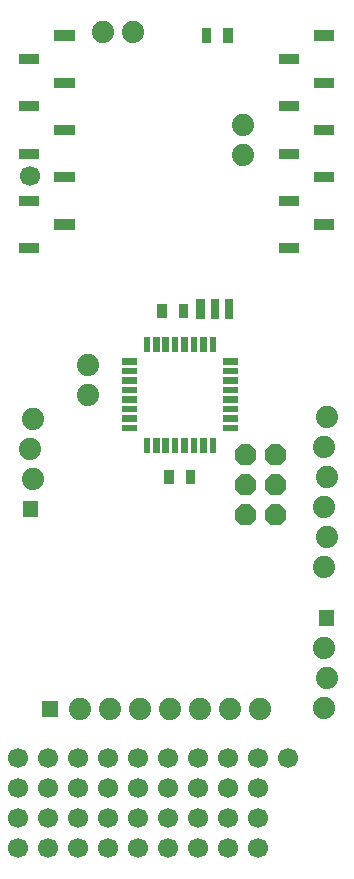
<source format=gbr>
G04 DipTrace 2.3.0.1*
%INBottomMask.gbr*%
%MOIN*%
%ADD25C,0.074*%
%ADD42C,0.0669*%
%FSLAX44Y44*%
G04*
G70*
G90*
G75*
G01*
%LNBotMask*%
%LPD*%
G36*
X5943Y18736D2*
X6257D1*
Y18264D1*
X5943D1*
Y18736D1*
G37*
G36*
X5234D2*
X5549D1*
Y18264D1*
X5234D1*
Y18736D1*
G37*
G36*
X6175Y13201D2*
X6490D1*
Y12729D1*
X6175D1*
Y13201D1*
G37*
G36*
X5466D2*
X5781D1*
Y12729D1*
X5466D1*
Y13201D1*
G37*
G36*
X7421Y27918D2*
X7736D1*
Y27446D1*
X7421D1*
Y27918D1*
G37*
G36*
X6712D2*
X7027D1*
Y27446D1*
X6712D1*
Y27918D1*
G37*
D25*
X2924Y15703D3*
Y16703D3*
X10770Y9960D3*
X10870Y10960D3*
X10770Y11960D3*
X10870Y12960D3*
X10770Y13960D3*
X10870Y14960D3*
G36*
X738Y12162D2*
X1261D1*
X1262Y11639D1*
X738Y11638D1*
Y12162D1*
G37*
D25*
X1100Y12900D3*
X1000Y13900D3*
X1100Y14900D3*
G36*
X8024Y13375D2*
X7824Y13575D1*
Y13858D1*
X8024Y14059D1*
X8307D1*
X8508Y13858D1*
Y13575D1*
X8307Y13375D1*
X8024D1*
G37*
G36*
X9024D2*
X8824Y13575D1*
Y13858D1*
X9024Y14059D1*
X9307D1*
X9508Y13858D1*
Y13575D1*
X9307Y13375D1*
X9024D1*
G37*
G36*
X8024Y12375D2*
X7824Y12575D1*
Y12858D1*
X8024Y13059D1*
X8307D1*
X8508Y12858D1*
Y12575D1*
X8307Y12375D1*
X8024D1*
G37*
G36*
X9024D2*
X8824Y12575D1*
Y12858D1*
X9024Y13059D1*
X9307D1*
X9508Y12858D1*
Y12575D1*
X9307Y12375D1*
X9024D1*
G37*
G36*
X8024Y11375D2*
X7824Y11575D1*
Y11858D1*
X8024Y12059D1*
X8307D1*
X8508Y11858D1*
Y11575D1*
X8307Y11375D1*
X8024D1*
G37*
G36*
X9024D2*
X8824Y11575D1*
Y11858D1*
X9024Y12059D1*
X9307D1*
X9508Y11858D1*
Y11575D1*
X9307Y11375D1*
X9024D1*
G37*
G36*
X1907Y5496D2*
X1908Y4973D1*
X1384Y4972D1*
Y5496D1*
X1907D1*
G37*
D25*
X2646Y5234D3*
X3646D3*
X4646D3*
X5646D3*
X6646D3*
X7646D3*
X8646D3*
G36*
X11132Y7998D2*
X10609D1*
X10608Y8521D1*
X11132Y8522D1*
Y7998D1*
G37*
D25*
X10770Y7260D3*
X10870Y6260D3*
X10770Y5260D3*
X3420Y27809D3*
X4420D3*
X8071Y23692D3*
Y24692D3*
D42*
X600Y3600D3*
X1600D3*
X2600D3*
X3600Y2600D3*
Y3600D3*
X2600Y2600D3*
X600D3*
X4600Y3600D3*
Y2600D3*
X1600D3*
X5600Y3600D3*
X6600D3*
X7600D3*
X8600Y2600D3*
Y3600D3*
X7600Y2600D3*
X5600D3*
X9600Y3600D3*
X1000Y23000D3*
X6600Y2600D3*
X600Y1600D3*
X1600D3*
X2600D3*
X3600Y600D3*
Y1600D3*
X2600Y600D3*
X600D3*
X4600Y1600D3*
Y600D3*
X1600D3*
X5600Y1600D3*
X6600D3*
X7600D3*
X8600Y600D3*
Y1600D3*
X7600Y600D3*
X5600D3*
X6600D3*
G36*
X11130Y27851D2*
Y27517D1*
X10460D1*
Y27851D1*
X11130D1*
G37*
G36*
X9948Y27064D2*
Y26729D1*
X9279D1*
Y27064D1*
X9948D1*
G37*
G36*
X11130Y26277D2*
Y25942D1*
X10460D1*
Y26277D1*
X11130D1*
G37*
G36*
X9948Y25489D2*
Y25154D1*
X9279D1*
Y25489D1*
X9948D1*
G37*
G36*
X11130Y24702D2*
Y24367D1*
X10460D1*
Y24702D1*
X11130D1*
G37*
G36*
X9948Y23914D2*
Y23580D1*
X9279D1*
Y23914D1*
X9948D1*
G37*
G36*
X11130Y23127D2*
Y22792D1*
X10460D1*
Y23127D1*
X11130D1*
G37*
G36*
X9948Y22340D2*
Y22005D1*
X9279D1*
Y22340D1*
X9948D1*
G37*
G36*
X11130Y21552D2*
Y21217D1*
X10460D1*
Y21552D1*
X11130D1*
G37*
G36*
X9948Y20765D2*
Y20430D1*
X9279D1*
Y20765D1*
X9948D1*
G37*
G36*
X1287D2*
Y20430D1*
X618D1*
Y20765D1*
X1287D1*
G37*
G36*
X2468Y21552D2*
Y21217D1*
X1799D1*
Y21552D1*
X2468D1*
G37*
G36*
X1287Y22340D2*
Y22005D1*
X618D1*
Y22340D1*
X1287D1*
G37*
G36*
X2468Y23127D2*
Y22792D1*
X1799D1*
Y23127D1*
X2468D1*
G37*
G36*
X1287Y23914D2*
Y23580D1*
X618D1*
Y23914D1*
X1287D1*
G37*
G36*
X2468Y24702D2*
Y24367D1*
X1799D1*
Y24702D1*
X2468D1*
G37*
G36*
X1287Y25489D2*
Y25154D1*
X618D1*
Y25489D1*
X1287D1*
G37*
G36*
X2468Y26277D2*
Y25942D1*
X1799D1*
Y26277D1*
X2468D1*
G37*
G36*
X1287Y27064D2*
Y26729D1*
X618D1*
Y27064D1*
X1287D1*
G37*
G36*
X2468Y27851D2*
Y27517D1*
X1799D1*
Y27851D1*
X2468D1*
G37*
G36*
X4768Y17147D2*
Y17647D1*
X4988D1*
Y17147D1*
X4768D1*
G37*
G36*
X5082D2*
Y17647D1*
X5302D1*
Y17147D1*
X5082D1*
G37*
G36*
X5397D2*
Y17647D1*
X5617D1*
Y17147D1*
X5397D1*
G37*
G36*
X5712D2*
Y17647D1*
X5932D1*
Y17147D1*
X5712D1*
G37*
G36*
X6027D2*
Y17647D1*
X6247D1*
Y17147D1*
X6027D1*
G37*
G36*
X6342D2*
Y17647D1*
X6562D1*
Y17147D1*
X6342D1*
G37*
G36*
X6657D2*
Y17647D1*
X6877D1*
Y17147D1*
X6657D1*
G37*
G36*
X6972D2*
Y17647D1*
X7192D1*
Y17147D1*
X6972D1*
G37*
G36*
X7420Y16699D2*
Y16919D1*
X7920D1*
Y16699D1*
X7420D1*
G37*
G36*
Y16384D2*
Y16604D1*
X7920D1*
Y16384D1*
X7420D1*
G37*
G36*
Y16069D2*
Y16289D1*
X7920D1*
Y16069D1*
X7420D1*
G37*
G36*
Y15754D2*
Y15974D1*
X7920D1*
Y15754D1*
X7420D1*
G37*
G36*
Y15439D2*
Y15659D1*
X7920D1*
Y15439D1*
X7420D1*
G37*
G36*
Y15124D2*
Y15344D1*
X7920D1*
Y15124D1*
X7420D1*
G37*
G36*
Y14809D2*
Y15029D1*
X7920D1*
Y14809D1*
X7420D1*
G37*
G36*
Y14494D2*
Y14714D1*
X7920D1*
Y14494D1*
X7420D1*
G37*
G36*
X6972Y13767D2*
Y14267D1*
X7192D1*
Y13767D1*
X6972D1*
G37*
G36*
X6657D2*
Y14267D1*
X6877D1*
Y13767D1*
X6657D1*
G37*
G36*
X6342D2*
Y14267D1*
X6562D1*
Y13767D1*
X6342D1*
G37*
G36*
X6027D2*
Y14267D1*
X6247D1*
Y13767D1*
X6027D1*
G37*
G36*
X5712D2*
Y14267D1*
X5932D1*
Y13767D1*
X5712D1*
G37*
G36*
X5397D2*
Y14267D1*
X5617D1*
Y13767D1*
X5397D1*
G37*
G36*
X5082D2*
Y14267D1*
X5302D1*
Y13767D1*
X5082D1*
G37*
G36*
X4768D2*
Y14267D1*
X4988D1*
Y13767D1*
X4768D1*
G37*
G36*
X4040Y14494D2*
Y14714D1*
X4540D1*
Y14494D1*
X4040D1*
G37*
G36*
Y14809D2*
Y15029D1*
X4540D1*
Y14809D1*
X4040D1*
G37*
G36*
Y15124D2*
Y15344D1*
X4540D1*
Y15124D1*
X4040D1*
G37*
G36*
Y15439D2*
Y15659D1*
X4540D1*
Y15439D1*
X4040D1*
G37*
G36*
Y15754D2*
Y15974D1*
X4540D1*
Y15754D1*
X4040D1*
G37*
G36*
Y16069D2*
Y16289D1*
X4540D1*
Y16069D1*
X4040D1*
G37*
G36*
Y16384D2*
Y16604D1*
X4540D1*
Y16384D1*
X4040D1*
G37*
G36*
Y16699D2*
Y16919D1*
X4540D1*
Y16699D1*
X4040D1*
G37*
G36*
X6808Y18222D2*
X6532D1*
Y18892D1*
X6808D1*
Y18222D1*
G37*
G36*
X7280D2*
X7005D1*
Y18892D1*
X7280D1*
Y18222D1*
G37*
G36*
X7753D2*
X7477D1*
Y18892D1*
X7753D1*
Y18222D1*
G37*
M02*

</source>
